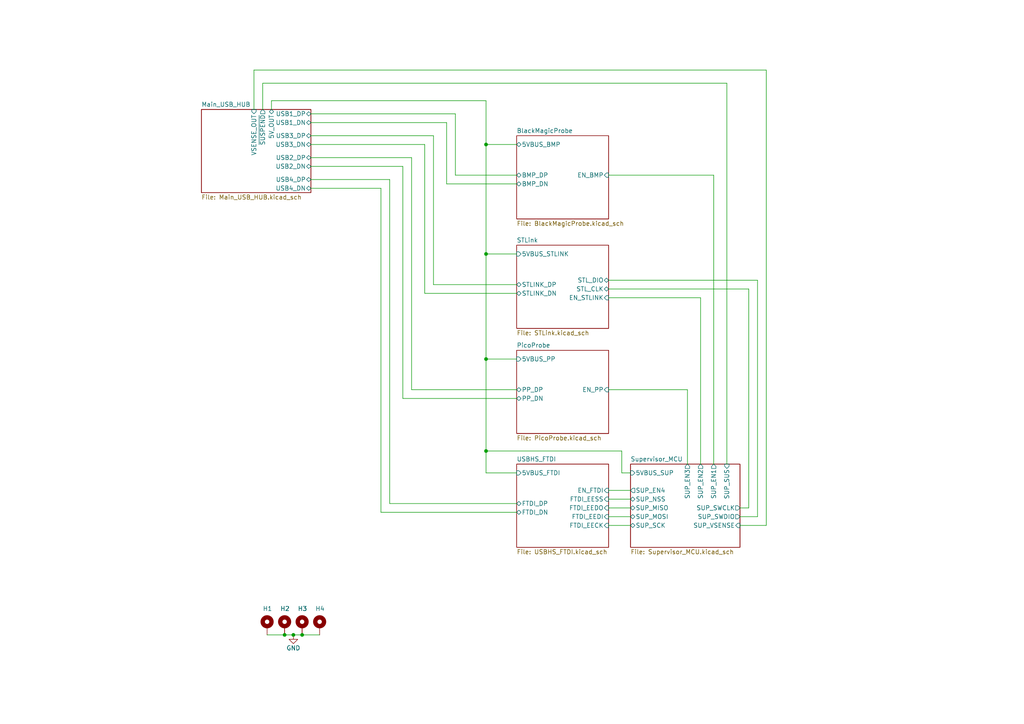
<source format=kicad_sch>
(kicad_sch (version 20230121) (generator eeschema)
  (paper "A4")
  (title_block (title "UniDebug - Unified Embedded Debug & Proto") (date "2023-12-25") (rev "R0V1") (company "Shreyas K (https://github.com/shreyask21)") (comment 1 "https://github.com/shreyask21/UniDebug") (comment 2 "Licence: CC BY-NC-SA 4.0"))
  (lib_symbols
    (symbol "Mechanical:MountingHole_Pad" (pin_numbers hide) (pin_names (offset 1.016) hide)
      (property "Reference" "H" (at 0 6.35 0))
      (property "Value" "MountingHole_Pad" (at 0 4.445 0))
      (symbol "MountingHole_Pad_0_1"
        (circle (center 0 1.27) (radius 1.27) (stroke (width 1.27)))
      )
      (symbol "MountingHole_Pad_1_1"
        (pin input line (at 0 -2.54 90) (length 2.54) (name "1") (number "1"))
      )
    )
    (symbol "power:GND" (power) (pin_names (offset 0))
      (property "Value" "GND" (at 0 -3.81 0))
      (symbol "GND_0_1"
        (polyline (pts (xy 0 0) (xy 0 -1.27) (xy 1.27 -1.27) (xy 0 -2.54) (xy -1.27 -1.27) (xy 0 -1.27)))
      )
      (symbol "GND_1_1"
        (pin power_in line (at 0 0 270) (length 0) hide (name "GND") (number "1"))
      )
    )
  )
  (junction (at 140.97 130.81))
  (junction (at 140.97 41.91))
  (junction (at 82.55 184.15))
  (junction (at 85.09 184.15))
  (junction (at 140.97 104.14))
  (junction (at 140.97 73.66))
  (junction (at 87.63 184.15))
  (wire (pts (xy 176.53 113.03) (xy 199.39 113.03)))
  (wire (pts (xy 73.66 20.32) (xy 222.25 20.32)))
  (wire (pts (xy 176.53 144.78) (xy 182.88 144.78)))
  (wire (pts (xy 129.54 35.56) (xy 90.17 35.56)))
  (wire (pts (xy 176.53 142.24) (xy 182.88 142.24)))
  (wire (pts (xy 176.53 81.28) (xy 219.71 81.28)))
  (wire (pts (xy 140.97 73.66) (xy 140.97 104.14)))
  (wire (pts (xy 217.17 83.82) (xy 176.53 83.82)))
  (wire (pts (xy 140.97 41.91) (xy 149.86 41.91)))
  (wire (pts (xy 132.08 33.02) (xy 132.08 50.8)))
  (wire (pts (xy 90.17 54.61) (xy 110.49 54.61)))
  (wire (pts (xy 176.53 149.86) (xy 182.88 149.86)))
  (wire (pts (xy 85.09 184.15) (xy 87.63 184.15)))
  (wire (pts (xy 219.71 149.86) (xy 214.63 149.86)))
  (wire (pts (xy 140.97 137.16) (xy 140.97 130.81)))
  (wire (pts (xy 176.53 147.32) (xy 182.88 147.32)))
  (wire (pts (xy 180.34 130.81) (xy 140.97 130.81)))
  (wire (pts (xy 73.66 20.32) (xy 73.66 31.75)))
  (wire (pts (xy 78.74 31.75) (xy 78.74 29.21)))
  (wire (pts (xy 125.73 82.55) (xy 125.73 39.37)))
  (wire (pts (xy 149.86 53.34) (xy 129.54 53.34)))
  (wire (pts (xy 119.38 113.03) (xy 119.38 45.72)))
  (wire (pts (xy 113.03 146.05) (xy 113.03 52.07)))
  (wire (pts (xy 119.38 45.72) (xy 90.17 45.72)))
  (wire (pts (xy 113.03 52.07) (xy 90.17 52.07)))
  (wire (pts (xy 87.63 184.15) (xy 92.71 184.15)))
  (wire (pts (xy 176.53 152.4) (xy 182.88 152.4)))
  (wire (pts (xy 140.97 104.14) (xy 140.97 130.81)))
  (wire (pts (xy 210.82 24.13) (xy 210.82 134.62)))
  (wire (pts (xy 129.54 53.34) (xy 129.54 35.56)))
  (wire (pts (xy 149.86 146.05) (xy 113.03 146.05)))
  (wire (pts (xy 116.84 48.26) (xy 116.84 115.57)))
  (wire (pts (xy 140.97 41.91) (xy 140.97 73.66)))
  (wire (pts (xy 222.25 152.4) (xy 222.25 20.32)))
  (wire (pts (xy 116.84 115.57) (xy 149.86 115.57)))
  (wire (pts (xy 214.63 147.32) (xy 217.17 147.32)))
  (wire (pts (xy 207.01 50.8) (xy 176.53 50.8)))
  (wire (pts (xy 123.19 85.09) (xy 149.86 85.09)))
  (wire (pts (xy 77.47 184.15) (xy 82.55 184.15)))
  (wire (pts (xy 76.2 31.75) (xy 76.2 24.13)))
  (wire (pts (xy 214.63 152.4) (xy 222.25 152.4)))
  (wire (pts (xy 90.17 41.91) (xy 123.19 41.91)))
  (wire (pts (xy 110.49 148.59) (xy 149.86 148.59)))
  (wire (pts (xy 90.17 33.02) (xy 132.08 33.02)))
  (wire (pts (xy 149.86 137.16) (xy 140.97 137.16)))
  (wire (pts (xy 90.17 48.26) (xy 116.84 48.26)))
  (wire (pts (xy 123.19 41.91) (xy 123.19 85.09)))
  (wire (pts (xy 110.49 54.61) (xy 110.49 148.59)))
  (wire (pts (xy 76.2 24.13) (xy 210.82 24.13)))
  (wire (pts (xy 219.71 81.28) (xy 219.71 149.86)))
  (wire (pts (xy 199.39 113.03) (xy 199.39 134.62)))
  (wire (pts (xy 140.97 104.14) (xy 149.86 104.14)))
  (wire (pts (xy 203.2 134.62) (xy 203.2 86.36)))
  (wire (pts (xy 180.34 137.16) (xy 180.34 130.81)))
  (wire (pts (xy 140.97 29.21) (xy 140.97 41.91)))
  (wire (pts (xy 78.74 29.21) (xy 140.97 29.21)))
  (wire (pts (xy 149.86 113.03) (xy 119.38 113.03)))
  (wire (pts (xy 149.86 82.55) (xy 125.73 82.55)))
  (wire (pts (xy 217.17 147.32) (xy 217.17 83.82)))
  (wire (pts (xy 140.97 73.66) (xy 149.86 73.66)))
  (wire (pts (xy 182.88 137.16) (xy 180.34 137.16)))
  (wire (pts (xy 82.55 184.15) (xy 85.09 184.15)))
  (wire (pts (xy 207.01 134.62) (xy 207.01 50.8)))
  (wire (pts (xy 125.73 39.37) (xy 90.17 39.37)))
  (wire (pts (xy 132.08 50.8) (xy 149.86 50.8)))
  (wire (pts (xy 203.2 86.36) (xy 176.53 86.36)))
  (symbol (lib_id "Mechanical:MountingHole_Pad") (at 77.47 181.61 0) (unit 1)
    (property "Reference" "H1" (at 76.2 176.53 0) (effects (justify left)))
    (property "Value" "MountingHole_Pad_MP" (effects hide))
    (property "Footprint" "MountingHole:MountingHole_3.2mm_M3_ISO14580_Pad_TopBottom" (effects hide))
  )
  (symbol (lib_id "Mechanical:MountingHole_Pad") (at 87.63 181.61 0) (unit 1)
    (property "Reference" "H3" (at 86.36 176.53 0) (effects (justify left)))
    (property "Value" "MountingHole_Pad_MP" (effects hide))
    (property "Footprint" "MountingHole:MountingHole_3.2mm_M3_ISO14580_Pad_TopBottom" (effects hide))
  )
  (symbol (lib_id "power:GND") (at 85.09 184.15 0) (unit 1)
    (property "Reference" "#PWR024" (effects hide))
    (property "Value" "GND" (at 85.09 187.96 0))
  )
  (symbol (lib_id "Mechanical:MountingHole_Pad") (at 82.55 181.61 0) (unit 1)
    (property "Reference" "H2" (at 81.28 176.53 0) (effects (justify left)))
    (property "Value" "MountingHole_Pad_MP" (effects hide))
    (property "Footprint" "MountingHole:MountingHole_3.2mm_M3_ISO14580_Pad_TopBottom" (effects hide))
  )
  (symbol (lib_id "Mechanical:MountingHole_Pad") (at 92.71 181.61 0) (unit 1)
    (property "Reference" "H4" (at 91.44 176.53 0) (effects (justify left)))
    (property "Value" "MountingHole_Pad_MP" (effects hide))
    (property "Footprint" "MountingHole:MountingHole_3.2mm_M3_ISO14580_Pad_TopBottom" (effects hide))
  )
  (sheet (at 182.88 134.62) (size 31.75 24.13) (stroke (width 0.1524))
    (property "Sheetname" "Supervisor_MCU" (at 182.88 133.9084 0) (effects (justify left bottom)))
    (property "Sheetfile" "Supervisor_MCU.kicad_sch" (at 182.88 159.3346 0) (effects (justify left top)))
    (pin "5VBUS_SUP" input (at 182.88 137.16 180))
    (pin "SUP_MISO" bidirectional (at 182.88 147.32 180))
    (pin "SUP_NSS" bidirectional (at 182.88 144.78 180))
    (pin "SUP_SCK" bidirectional (at 182.88 152.4 180))
    (pin "SUP_MOSI" bidirectional (at 182.88 149.86 180))
    (pin "SUP_EN2" output (at 203.2 134.62 90))
    (pin "SUP_EN4" output (at 182.88 142.24 180))
    (pin "SUP_EN3" output (at 199.39 134.62 90))
    (pin "SUP_EN1" output (at 207.01 134.62 90))
    (pin "SUP_SUS" input (at 210.82 134.62 90))
    (pin "SUP_SWCLK" output (at 214.63 147.32 0))
    (pin "SUP_SWDIO" output (at 214.63 149.86 0))
    (pin "SUP_VSENSE" input (at 214.63 152.4 0))
  )
  (sheet (at 149.86 134.62) (size 26.67 24.13) (stroke (width 0.1524))
    (property "Sheetname" "USBHS_FTDI" (at 149.86 133.9084 0) (effects (justify left bottom)))
    (property "Sheetfile" "USBHS_FTDI.kicad_sch" (at 149.86 159.3346 0) (effects (justify left top)))
    (pin "FTDI_EESS" input (at 176.53 144.78 0))
    (pin "FTDI_EEDO" input (at 176.53 147.32 0))
    (pin "FTDI_EEDI" input (at 176.53 149.86 0))
    (pin "FTDI_EECK" input (at 176.53 152.4 0))
    (pin "EN_FTDI" input (at 176.53 142.24 0))
    (pin "5VBUS_FTDI" input (at 149.86 137.16 180))
    (pin "FTDI_DN" bidirectional (at 149.86 148.59 180))
    (pin "FTDI_DP" bidirectional (at 149.86 146.05 180))
  )
  (sheet (at 58.42 31.75) (size 31.75 24.13) (stroke (width 0.1524))
    (property "Sheetname" "Main_USB_HUB" (at 58.42 31.0384 0) (effects (justify left bottom)))
    (property "Sheetfile" "Main_USB_HUB.kicad_sch" (at 58.42 56.4646 0) (effects (justify left top)))
    (pin "USB1_DN" bidirectional (at 90.17 35.56 0))
    (pin "USB1_DP" bidirectional (at 90.17 33.02 0))
    (pin "USB4_DN" bidirectional (at 90.17 54.61 0))
    (pin "USB4_DP" bidirectional (at 90.17 52.07 0))
    (pin "5V_OUT" bidirectional (at 78.74 31.75 90))
    (pin "~{SUSPEND}" output (at 76.2 31.75 90))
    (pin "USB2_DP" bidirectional (at 90.17 45.72 0))
    (pin "USB2_DN" bidirectional (at 90.17 48.26 0))
    (pin "USB3_DN" bidirectional (at 90.17 41.91 0))
    (pin "USB3_DP" bidirectional (at 90.17 39.37 0))
    (pin "VSENSE_OUT" input (at 73.66 31.75 90))
  )
  (sheet (at 149.86 71.12) (size 26.67 24.13) (stroke (width 0.1524))
    (property "Sheetname" "STLink" (at 149.86 70.4084 0) (effects (justify left bottom)))
    (property "Sheetfile" "STLink.kicad_sch" (at 149.86 95.8346 0) (effects (justify left top)))
    (pin "5VBUS_STLINK" input (at 149.86 73.66 180))
    (pin "EN_STLINK" input (at 176.53 86.36 0))
    (pin "STLINK_DP" bidirectional (at 149.86 82.55 180))
    (pin "STLINK_DN" bidirectional (at 149.86 85.09 180))
    (pin "STL_CLK" bidirectional (at 176.53 83.82 0))
    (pin "STL_DIO" bidirectional (at 176.53 81.28 0))
  )
  (sheet (at 149.86 101.6) (size 26.67 24.13) (stroke (width 0.1524))
    (property "Sheetname" "PicoProbe" (at 149.86 100.8884 0) (effects (justify left bottom)))
    (property "Sheetfile" "PicoProbe.kicad_sch" (at 149.86 126.3146 0) (effects (justify left top)))
    (pin "5VBUS_PP" input (at 149.86 104.14 180))
    (pin "EN_PP" input (at 176.53 113.03 0))
    (pin "PP_DP" bidirectional (at 149.86 113.03 180))
    (pin "PP_DN" bidirectional (at 149.86 115.57 180))
  )
  (sheet (at 149.86 39.37) (size 26.67 24.13) (stroke (width 0.1524))
    (property "Sheetname" "BlackMagicProbe" (at 149.86 38.6584 0) (effects (justify left bottom)))
    (property "Sheetfile" "BlackMagicProbe.kicad_sch" (at 149.86 64.0846 0) (effects (justify left top)))
    (pin "EN_BMP" input (at 176.53 50.8 0))
    (pin "BMP_DP" bidirectional (at 149.86 50.8 180))
    (pin "BMP_DN" bidirectional (at 149.86 53.34 180))
    (pin "5VBUS_BMP" bidirectional (at 149.86 41.91 180))
  )
)
</source>
